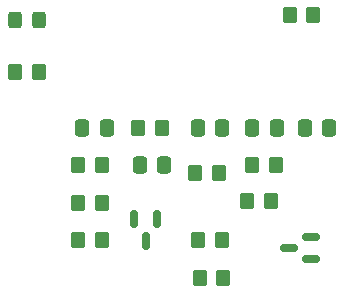
<source format=gbr>
%TF.GenerationSoftware,KiCad,Pcbnew,(6.0.0)*%
%TF.CreationDate,2023-02-02T14:21:30+00:00*%
%TF.ProjectId,GemToasterAmp,47656d54-6f61-4737-9465-72416d702e6b,rev?*%
%TF.SameCoordinates,Original*%
%TF.FileFunction,Paste,Top*%
%TF.FilePolarity,Positive*%
%FSLAX46Y46*%
G04 Gerber Fmt 4.6, Leading zero omitted, Abs format (unit mm)*
G04 Created by KiCad (PCBNEW (6.0.0)) date 2023-02-02 14:21:30*
%MOMM*%
%LPD*%
G01*
G04 APERTURE LIST*
G04 Aperture macros list*
%AMRoundRect*
0 Rectangle with rounded corners*
0 $1 Rounding radius*
0 $2 $3 $4 $5 $6 $7 $8 $9 X,Y pos of 4 corners*
0 Add a 4 corners polygon primitive as box body*
4,1,4,$2,$3,$4,$5,$6,$7,$8,$9,$2,$3,0*
0 Add four circle primitives for the rounded corners*
1,1,$1+$1,$2,$3*
1,1,$1+$1,$4,$5*
1,1,$1+$1,$6,$7*
1,1,$1+$1,$8,$9*
0 Add four rect primitives between the rounded corners*
20,1,$1+$1,$2,$3,$4,$5,0*
20,1,$1+$1,$4,$5,$6,$7,0*
20,1,$1+$1,$6,$7,$8,$9,0*
20,1,$1+$1,$8,$9,$2,$3,0*%
G04 Aperture macros list end*
%ADD10RoundRect,0.250000X0.350000X0.450000X-0.350000X0.450000X-0.350000X-0.450000X0.350000X-0.450000X0*%
%ADD11RoundRect,0.250000X-0.350000X-0.450000X0.350000X-0.450000X0.350000X0.450000X-0.350000X0.450000X0*%
%ADD12RoundRect,0.150000X0.587500X0.150000X-0.587500X0.150000X-0.587500X-0.150000X0.587500X-0.150000X0*%
%ADD13RoundRect,0.250000X-0.337500X-0.475000X0.337500X-0.475000X0.337500X0.475000X-0.337500X0.475000X0*%
%ADD14RoundRect,0.150000X-0.150000X0.587500X-0.150000X-0.587500X0.150000X-0.587500X0.150000X0.587500X0*%
%ADD15RoundRect,0.250000X0.325000X0.450000X-0.325000X0.450000X-0.325000X-0.450000X0.325000X-0.450000X0*%
%ADD16RoundRect,0.250000X0.337500X0.475000X-0.337500X0.475000X-0.337500X-0.475000X0.337500X-0.475000X0*%
G04 APERTURE END LIST*
D10*
%TO.C,R10*%
X159480000Y-55245000D03*
X157480000Y-55245000D03*
%TD*%
D11*
%TO.C,R13*%
X137430000Y-47355000D03*
X139430000Y-47355000D03*
%TD*%
D10*
%TO.C,R6*%
X149860000Y-52070000D03*
X147860000Y-52070000D03*
%TD*%
D12*
%TO.C,Q2*%
X162481500Y-63180000D03*
X162481500Y-61280000D03*
X160606500Y-62230000D03*
%TD*%
D13*
%TO.C,C3*%
X161925000Y-52070000D03*
X164000000Y-52070000D03*
%TD*%
%TO.C,C1*%
X147955000Y-55245000D03*
X150030000Y-55245000D03*
%TD*%
D14*
%TO.C,Q1*%
X149413000Y-59768500D03*
X147513000Y-59768500D03*
X148463000Y-61643500D03*
%TD*%
D10*
%TO.C,R7*%
X144780000Y-58420000D03*
X142780000Y-58420000D03*
%TD*%
D13*
%TO.C,C5*%
X157480000Y-52070000D03*
X159555000Y-52070000D03*
%TD*%
D10*
%TO.C,R9*%
X144780000Y-55245000D03*
X142780000Y-55245000D03*
%TD*%
D11*
%TO.C,R12*%
X157083912Y-58291234D03*
X159083912Y-58291234D03*
%TD*%
D10*
%TO.C,R11*%
X154670000Y-55880000D03*
X152670000Y-55880000D03*
%TD*%
D11*
%TO.C,R2*%
X153035000Y-64770000D03*
X155035000Y-64770000D03*
%TD*%
D15*
%TO.C,D3*%
X139455000Y-42935000D03*
X137405000Y-42935000D03*
%TD*%
D16*
%TO.C,C2*%
X154940000Y-52070000D03*
X152865000Y-52070000D03*
%TD*%
D10*
%TO.C,R8*%
X144780000Y-61595000D03*
X142780000Y-61595000D03*
%TD*%
%TO.C,R1*%
X154940000Y-61595000D03*
X152940000Y-61595000D03*
%TD*%
D16*
%TO.C,C6*%
X145182500Y-52070000D03*
X143107500Y-52070000D03*
%TD*%
D11*
%TO.C,R3*%
X160655000Y-42545000D03*
X162655000Y-42545000D03*
%TD*%
M02*

</source>
